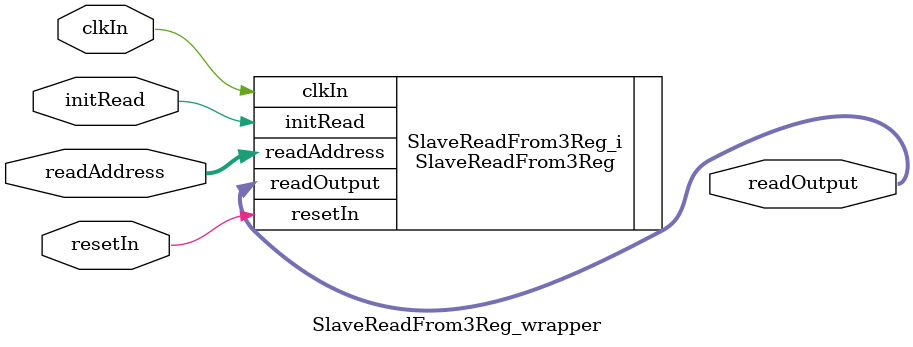
<source format=v>
`timescale 1 ps / 1 ps

module SlaveReadFrom3Reg_wrapper
   (clkIn,
    initRead,
    readAddress,
    readOutput,
    resetIn);
  input clkIn;
  input initRead;
  input [31:0]readAddress;
  output [31:0]readOutput;
  input resetIn;

  wire clkIn;
  wire initRead;
  wire [31:0]readAddress;
  wire [31:0]readOutput;
  wire resetIn;

  SlaveReadFrom3Reg SlaveReadFrom3Reg_i
       (.clkIn(clkIn),
        .initRead(initRead),
        .readAddress(readAddress),
        .readOutput(readOutput),
        .resetIn(resetIn));
endmodule

</source>
